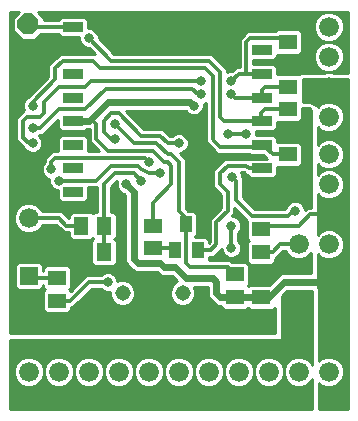
<source format=gtl>
G75*
%MOIN*%
%OFA0B0*%
%FSLAX25Y25*%
%IPPOS*%
%LPD*%
%AMOC8*
5,1,8,0,0,1.08239X$1,22.5*
%
%ADD10C,0.05150*%
%ADD11R,0.05906X0.05118*%
%ADD12R,0.05906X0.05906*%
%ADD13R,0.05118X0.05906*%
%ADD14C,0.06600*%
%ADD15OC8,0.07000*%
%ADD16R,0.06299X0.05118*%
%ADD17R,0.06600X0.03200*%
%ADD18R,0.03937X0.05512*%
%ADD19C,0.01000*%
%ADD20C,0.03175*%
%ADD21C,0.01200*%
%ADD22C,0.02400*%
D10*
X0065095Y0061433D03*
X0085095Y0061433D03*
D11*
X0075095Y0076443D03*
X0075095Y0083923D03*
X0102595Y0067673D03*
X0102595Y0060193D03*
X0111345Y0075193D03*
X0111345Y0082673D03*
X0120095Y0100193D03*
X0120095Y0107673D03*
X0120095Y0115193D03*
X0120095Y0122673D03*
X0120095Y0130193D03*
X0120095Y0137673D03*
X0120095Y0145193D03*
X0120095Y0152673D03*
X0043220Y0066423D03*
X0043220Y0058943D03*
D12*
X0033845Y0053293D03*
X0033845Y0067073D03*
D13*
X0051355Y0075183D03*
X0058835Y0075183D03*
X0058835Y0083933D03*
X0051355Y0083933D03*
D14*
X0033845Y0086433D03*
X0033845Y0076433D03*
X0033845Y0035183D03*
X0043845Y0035183D03*
X0053845Y0035183D03*
X0063845Y0035183D03*
X0073845Y0035183D03*
X0083845Y0035183D03*
X0093845Y0035183D03*
X0103845Y0035183D03*
X0113845Y0035183D03*
X0123845Y0035183D03*
X0133845Y0035183D03*
X0133845Y0057683D03*
X0123845Y0057683D03*
X0123845Y0077683D03*
X0133845Y0077683D03*
X0133845Y0087683D03*
X0133845Y0097683D03*
X0133845Y0107683D03*
X0133845Y0120183D03*
X0133845Y0130183D03*
X0133845Y0140183D03*
X0133845Y0150183D03*
D15*
X0033599Y0151074D03*
D16*
X0111345Y0067870D03*
X0111345Y0059996D03*
D17*
X0111591Y0095124D03*
X0111591Y0102998D03*
X0111591Y0110872D03*
X0111591Y0118746D03*
X0111591Y0126620D03*
X0111591Y0134494D03*
X0111591Y0142368D03*
X0111591Y0150242D03*
X0048599Y0150242D03*
X0048599Y0142368D03*
X0048599Y0134494D03*
X0048599Y0126620D03*
X0048599Y0118746D03*
X0048599Y0110872D03*
X0048599Y0102998D03*
X0048599Y0095124D03*
D18*
X0082605Y0075852D03*
X0090085Y0075852D03*
X0086345Y0084514D03*
D19*
X0027564Y0045808D02*
X0027564Y0022652D01*
X0128220Y0022652D01*
X0128220Y0032729D01*
X0128068Y0032362D01*
X0126667Y0030960D01*
X0124836Y0030202D01*
X0122854Y0030202D01*
X0121024Y0030960D01*
X0119622Y0032362D01*
X0118864Y0034192D01*
X0118864Y0036174D01*
X0119622Y0038005D01*
X0121024Y0039406D01*
X0122854Y0040164D01*
X0124836Y0040164D01*
X0126667Y0039406D01*
X0128068Y0038005D01*
X0128220Y0037637D01*
X0128220Y0062058D01*
X0127976Y0062302D01*
X0120039Y0062302D01*
X0118220Y0060484D01*
X0118220Y0045808D01*
X0027564Y0045808D01*
X0027564Y0045146D02*
X0128220Y0045146D01*
X0128220Y0046144D02*
X0118220Y0046144D01*
X0118220Y0047143D02*
X0128220Y0047143D01*
X0128220Y0048141D02*
X0118220Y0048141D01*
X0118220Y0049140D02*
X0128220Y0049140D01*
X0128220Y0050138D02*
X0118220Y0050138D01*
X0118220Y0051137D02*
X0128220Y0051137D01*
X0128220Y0052135D02*
X0118220Y0052135D01*
X0118220Y0053134D02*
X0128220Y0053134D01*
X0128220Y0054132D02*
X0118220Y0054132D01*
X0118220Y0055131D02*
X0128220Y0055131D01*
X0128220Y0056129D02*
X0118220Y0056129D01*
X0118220Y0057128D02*
X0128220Y0057128D01*
X0128220Y0058127D02*
X0118220Y0058127D01*
X0118220Y0059125D02*
X0128220Y0059125D01*
X0128220Y0060124D02*
X0118220Y0060124D01*
X0118859Y0061122D02*
X0128220Y0061122D01*
X0128158Y0062121D02*
X0119857Y0062121D01*
X0115702Y0066115D02*
X0107229Y0066115D01*
X0107229Y0067113D02*
X0116701Y0067113D01*
X0116403Y0066815D02*
X0113824Y0064236D01*
X0107499Y0064236D01*
X0106970Y0063707D01*
X0106744Y0063933D01*
X0107229Y0064418D01*
X0107229Y0070929D01*
X0106244Y0071913D01*
X0101581Y0071913D01*
X0101030Y0072464D01*
X0093735Y0072464D01*
X0093735Y0073571D01*
X0095459Y0073571D01*
X0096796Y0074907D01*
X0097290Y0075402D01*
X0098077Y0076189D01*
X0098077Y0075783D01*
X0098574Y0074582D01*
X0099494Y0073662D01*
X0100695Y0073165D01*
X0101995Y0073165D01*
X0103197Y0073662D01*
X0104116Y0074582D01*
X0104614Y0075783D01*
X0104614Y0077083D01*
X0104116Y0078285D01*
X0103626Y0078774D01*
X0103626Y0081592D01*
X0104116Y0082082D01*
X0104614Y0083283D01*
X0104614Y0084583D01*
X0104116Y0085785D01*
X0103197Y0086704D01*
X0101995Y0087202D01*
X0101590Y0087202D01*
X0102376Y0087988D01*
X0102376Y0089676D01*
X0105939Y0086113D01*
X0106711Y0085341D01*
X0106711Y0083789D01*
X0106558Y0083637D01*
X0106551Y0081747D01*
X0106711Y0081585D01*
X0106711Y0079418D01*
X0107196Y0078933D01*
X0106711Y0078448D01*
X0106711Y0076265D01*
X0106574Y0076128D01*
X0106574Y0076123D01*
X0106570Y0076119D01*
X0106574Y0075179D01*
X0106574Y0074238D01*
X0106578Y0074234D01*
X0106578Y0074229D01*
X0106711Y0074097D01*
X0106711Y0071938D01*
X0107696Y0070953D01*
X0114994Y0070953D01*
X0115979Y0071938D01*
X0115979Y0072902D01*
X0116040Y0072902D01*
X0118540Y0075402D01*
X0119398Y0075402D01*
X0119622Y0074862D01*
X0121024Y0073460D01*
X0122854Y0072702D01*
X0124836Y0072702D01*
X0126667Y0073460D01*
X0127914Y0074708D01*
X0127914Y0068064D01*
X0118272Y0068064D01*
X0117213Y0067626D01*
X0116403Y0066815D01*
X0114704Y0065116D02*
X0107229Y0065116D01*
X0107381Y0064118D02*
X0106929Y0064118D01*
X0107229Y0068112D02*
X0127914Y0068112D01*
X0127914Y0069110D02*
X0107229Y0069110D01*
X0107229Y0070109D02*
X0127914Y0070109D01*
X0127914Y0071107D02*
X0115149Y0071107D01*
X0115979Y0072106D02*
X0127914Y0072106D01*
X0127914Y0073104D02*
X0125807Y0073104D01*
X0127309Y0074103D02*
X0127914Y0074103D01*
X0130095Y0074103D02*
X0130381Y0074103D01*
X0130095Y0074389D02*
X0131024Y0073460D01*
X0132854Y0072702D01*
X0134836Y0072702D01*
X0136667Y0073460D01*
X0138068Y0074862D01*
X0138826Y0076692D01*
X0138826Y0078674D01*
X0138068Y0080505D01*
X0136667Y0081906D01*
X0134836Y0082664D01*
X0132854Y0082664D01*
X0131024Y0081906D01*
X0130095Y0080977D01*
X0130095Y0094389D01*
X0131024Y0093460D01*
X0132854Y0092702D01*
X0134836Y0092702D01*
X0136667Y0093460D01*
X0138068Y0094862D01*
X0138826Y0096692D01*
X0138826Y0098674D01*
X0138068Y0100505D01*
X0136667Y0101906D01*
X0134836Y0102664D01*
X0132854Y0102664D01*
X0131024Y0101906D01*
X0130095Y0100977D01*
X0130095Y0104389D01*
X0131024Y0103460D01*
X0132854Y0102702D01*
X0134836Y0102702D01*
X0136667Y0103460D01*
X0138068Y0104862D01*
X0138826Y0106692D01*
X0138826Y0108674D01*
X0138068Y0110505D01*
X0136667Y0111906D01*
X0134836Y0112664D01*
X0132854Y0112664D01*
X0131024Y0111906D01*
X0130095Y0110977D01*
X0130095Y0116889D01*
X0131024Y0115960D01*
X0132854Y0115202D01*
X0134836Y0115202D01*
X0136667Y0115960D01*
X0138068Y0117362D01*
X0138826Y0119192D01*
X0138826Y0121174D01*
X0138068Y0123005D01*
X0136667Y0124406D01*
X0134836Y0125164D01*
X0132854Y0125164D01*
X0131024Y0124406D01*
X0130095Y0123477D01*
X0130095Y0123933D01*
X0127595Y0125183D01*
X0125095Y0125183D01*
X0125095Y0132683D01*
X0140127Y0132683D01*
X0140127Y0022652D01*
X0130401Y0022652D01*
X0130401Y0031583D01*
X0131024Y0030960D01*
X0132854Y0030202D01*
X0134836Y0030202D01*
X0136667Y0030960D01*
X0138068Y0032362D01*
X0138826Y0034192D01*
X0138826Y0036174D01*
X0138068Y0038005D01*
X0136667Y0039406D01*
X0134836Y0040164D01*
X0132854Y0040164D01*
X0131024Y0039406D01*
X0130401Y0038783D01*
X0130401Y0062962D01*
X0130095Y0063268D01*
X0130095Y0074389D01*
X0130095Y0073104D02*
X0131883Y0073104D01*
X0130095Y0072106D02*
X0140127Y0072106D01*
X0140127Y0073104D02*
X0135807Y0073104D01*
X0137309Y0074103D02*
X0140127Y0074103D01*
X0140127Y0075101D02*
X0138167Y0075101D01*
X0138581Y0076100D02*
X0140127Y0076100D01*
X0140127Y0077098D02*
X0138826Y0077098D01*
X0138826Y0078097D02*
X0140127Y0078097D01*
X0140127Y0079095D02*
X0138652Y0079095D01*
X0138238Y0080094D02*
X0140127Y0080094D01*
X0140127Y0081092D02*
X0137480Y0081092D01*
X0136220Y0082091D02*
X0140127Y0082091D01*
X0140127Y0083089D02*
X0130095Y0083089D01*
X0130095Y0082091D02*
X0131470Y0082091D01*
X0130210Y0081092D02*
X0130095Y0081092D01*
X0130095Y0084088D02*
X0140127Y0084088D01*
X0140127Y0085086D02*
X0130095Y0085086D01*
X0130095Y0086085D02*
X0140127Y0086085D01*
X0140127Y0087083D02*
X0130095Y0087083D01*
X0130095Y0088082D02*
X0140127Y0088082D01*
X0140127Y0089080D02*
X0130095Y0089080D01*
X0130095Y0090079D02*
X0140127Y0090079D01*
X0140127Y0091077D02*
X0130095Y0091077D01*
X0130095Y0092076D02*
X0140127Y0092076D01*
X0140127Y0093074D02*
X0135735Y0093074D01*
X0137279Y0094073D02*
X0140127Y0094073D01*
X0140127Y0095071D02*
X0138155Y0095071D01*
X0138568Y0096070D02*
X0140127Y0096070D01*
X0140127Y0097068D02*
X0138826Y0097068D01*
X0138826Y0098067D02*
X0140127Y0098067D01*
X0140127Y0099065D02*
X0138664Y0099065D01*
X0138250Y0100064D02*
X0140127Y0100064D01*
X0140127Y0101062D02*
X0137510Y0101062D01*
X0136292Y0102061D02*
X0140127Y0102061D01*
X0140127Y0103060D02*
X0135699Y0103060D01*
X0137264Y0104058D02*
X0140127Y0104058D01*
X0140127Y0105057D02*
X0138149Y0105057D01*
X0138562Y0106055D02*
X0140127Y0106055D01*
X0140127Y0107054D02*
X0138826Y0107054D01*
X0138826Y0108052D02*
X0140127Y0108052D01*
X0140127Y0109051D02*
X0138670Y0109051D01*
X0138257Y0110049D02*
X0140127Y0110049D01*
X0140127Y0111048D02*
X0137525Y0111048D01*
X0136328Y0112046D02*
X0140127Y0112046D01*
X0140127Y0113045D02*
X0130095Y0113045D01*
X0130095Y0114043D02*
X0140127Y0114043D01*
X0140127Y0115042D02*
X0130095Y0115042D01*
X0130095Y0116040D02*
X0130944Y0116040D01*
X0127914Y0116040D02*
X0116163Y0116040D01*
X0116572Y0116450D02*
X0116572Y0118433D01*
X0123744Y0118433D01*
X0124729Y0119418D01*
X0124729Y0123002D01*
X0127080Y0123002D01*
X0127914Y0122585D01*
X0127914Y0089964D01*
X0126650Y0089964D01*
X0125864Y0089178D01*
X0125864Y0089583D01*
X0125366Y0090785D01*
X0124447Y0091704D01*
X0123245Y0092202D01*
X0121945Y0092202D01*
X0120744Y0091704D01*
X0119824Y0090785D01*
X0119327Y0089583D01*
X0119327Y0089516D01*
X0119150Y0089339D01*
X0109165Y0089339D01*
X0105142Y0093362D01*
X0105142Y0099878D01*
X0104879Y0100141D01*
X0104879Y0100833D01*
X0104540Y0101652D01*
X0105400Y0101652D01*
X0106335Y0100717D01*
X0106610Y0100717D01*
X0106610Y0100702D01*
X0107595Y0099717D01*
X0115588Y0099717D01*
X0116572Y0100702D01*
X0116572Y0103433D01*
X0123744Y0103433D01*
X0124729Y0104418D01*
X0124729Y0110929D01*
X0123744Y0111913D01*
X0116572Y0111913D01*
X0116572Y0113168D01*
X0115588Y0114153D01*
X0109614Y0114153D01*
X0109614Y0115208D01*
X0109507Y0115465D01*
X0115588Y0115465D01*
X0116572Y0116450D01*
X0116572Y0117039D02*
X0127914Y0117039D01*
X0127914Y0118037D02*
X0116572Y0118037D01*
X0115698Y0114043D02*
X0127914Y0114043D01*
X0127914Y0113045D02*
X0116572Y0113045D01*
X0116572Y0112046D02*
X0127914Y0112046D01*
X0127914Y0111048D02*
X0124610Y0111048D01*
X0124729Y0110049D02*
X0127914Y0110049D01*
X0127914Y0109051D02*
X0124729Y0109051D01*
X0124729Y0108052D02*
X0127914Y0108052D01*
X0127914Y0107054D02*
X0124729Y0107054D01*
X0124729Y0106055D02*
X0127914Y0106055D01*
X0127914Y0105057D02*
X0124729Y0105057D01*
X0124369Y0104058D02*
X0127914Y0104058D01*
X0127914Y0103060D02*
X0116572Y0103060D01*
X0116572Y0102061D02*
X0127914Y0102061D01*
X0127914Y0101062D02*
X0116572Y0101062D01*
X0115935Y0100064D02*
X0127914Y0100064D01*
X0127914Y0099065D02*
X0105142Y0099065D01*
X0105142Y0098067D02*
X0127914Y0098067D01*
X0127914Y0097068D02*
X0105142Y0097068D01*
X0105142Y0096070D02*
X0127914Y0096070D01*
X0127914Y0095071D02*
X0105142Y0095071D01*
X0105142Y0094073D02*
X0127914Y0094073D01*
X0127914Y0093074D02*
X0105430Y0093074D01*
X0106428Y0092076D02*
X0121642Y0092076D01*
X0120117Y0091077D02*
X0107427Y0091077D01*
X0108425Y0090079D02*
X0119532Y0090079D01*
X0123549Y0092076D02*
X0127914Y0092076D01*
X0127914Y0091077D02*
X0125073Y0091077D01*
X0125658Y0090079D02*
X0127914Y0090079D01*
X0130095Y0093074D02*
X0131955Y0093074D01*
X0130411Y0094073D02*
X0130095Y0094073D01*
X0130095Y0101062D02*
X0130180Y0101062D01*
X0130095Y0102061D02*
X0131398Y0102061D01*
X0131991Y0103060D02*
X0130095Y0103060D01*
X0130095Y0104058D02*
X0130426Y0104058D01*
X0130165Y0111048D02*
X0130095Y0111048D01*
X0130095Y0112046D02*
X0131362Y0112046D01*
X0127914Y0115042D02*
X0109614Y0115042D01*
X0107284Y0107902D02*
X0107595Y0107591D01*
X0111961Y0107591D01*
X0113273Y0106279D01*
X0107595Y0106279D01*
X0107410Y0106094D01*
X0107290Y0106214D01*
X0099150Y0106214D01*
X0096650Y0103714D01*
X0095314Y0102378D01*
X0095314Y0096738D01*
X0097814Y0094238D01*
X0097814Y0089878D01*
X0095400Y0087464D01*
X0094064Y0086128D01*
X0094064Y0078628D01*
X0093735Y0078299D01*
X0093735Y0079305D01*
X0092750Y0080289D01*
X0089223Y0080289D01*
X0089995Y0081062D01*
X0089995Y0087966D01*
X0089010Y0088951D01*
X0087053Y0088951D01*
X0086126Y0089878D01*
X0086126Y0106128D01*
X0084790Y0107464D01*
X0084090Y0108165D01*
X0084495Y0108165D01*
X0085697Y0108662D01*
X0086616Y0109582D01*
X0087114Y0110783D01*
X0087114Y0112083D01*
X0086616Y0113285D01*
X0085697Y0114204D01*
X0084495Y0114702D01*
X0083195Y0114702D01*
X0081994Y0114204D01*
X0081504Y0113714D01*
X0081040Y0113714D01*
X0079876Y0114878D01*
X0078540Y0116214D01*
X0072290Y0116214D01*
X0066202Y0122302D01*
X0085983Y0122302D01*
X0086074Y0122082D01*
X0086994Y0121162D01*
X0088195Y0120665D01*
X0089495Y0120665D01*
X0090697Y0121162D01*
X0091616Y0122082D01*
X0092114Y0123283D01*
X0092114Y0124464D01*
X0092814Y0124754D01*
X0092814Y0111738D01*
X0093439Y0111113D01*
X0095400Y0109152D01*
X0095400Y0109152D01*
X0096650Y0107902D01*
X0107284Y0107902D01*
X0105990Y0101062D02*
X0104784Y0101062D01*
X0104956Y0100064D02*
X0107248Y0100064D01*
X0112499Y0107054D02*
X0085201Y0107054D01*
X0086126Y0106055D02*
X0098991Y0106055D01*
X0097993Y0105057D02*
X0086126Y0105057D01*
X0086126Y0104058D02*
X0096994Y0104058D01*
X0095996Y0103060D02*
X0086126Y0103060D01*
X0086126Y0102061D02*
X0095314Y0102061D01*
X0095314Y0101062D02*
X0086126Y0101062D01*
X0086126Y0100064D02*
X0095314Y0100064D01*
X0095314Y0099065D02*
X0086126Y0099065D01*
X0086126Y0098067D02*
X0095314Y0098067D01*
X0095314Y0097068D02*
X0086126Y0097068D01*
X0086126Y0096070D02*
X0095982Y0096070D01*
X0096981Y0095071D02*
X0086126Y0095071D01*
X0086126Y0094073D02*
X0097814Y0094073D01*
X0097814Y0093074D02*
X0086126Y0093074D01*
X0086126Y0092076D02*
X0097814Y0092076D01*
X0097814Y0091077D02*
X0086126Y0091077D01*
X0086126Y0090079D02*
X0097814Y0090079D01*
X0097016Y0089080D02*
X0086924Y0089080D01*
X0089879Y0088082D02*
X0096018Y0088082D01*
X0095019Y0087083D02*
X0089995Y0087083D01*
X0089995Y0086085D02*
X0094064Y0086085D01*
X0094064Y0085086D02*
X0089995Y0085086D01*
X0089995Y0084088D02*
X0094064Y0084088D01*
X0094064Y0083089D02*
X0089995Y0083089D01*
X0089995Y0082091D02*
X0094064Y0082091D01*
X0094064Y0081092D02*
X0089995Y0081092D01*
X0092946Y0080094D02*
X0094064Y0080094D01*
X0094064Y0079095D02*
X0093735Y0079095D01*
X0097290Y0075402D02*
X0097290Y0075402D01*
X0096989Y0075101D02*
X0098359Y0075101D01*
X0098077Y0076100D02*
X0097988Y0076100D01*
X0099053Y0074103D02*
X0095991Y0074103D01*
X0093735Y0073104D02*
X0106711Y0073104D01*
X0106711Y0072106D02*
X0101389Y0072106D01*
X0103637Y0074103D02*
X0106705Y0074103D01*
X0106574Y0075101D02*
X0104331Y0075101D01*
X0104614Y0076100D02*
X0106570Y0076100D01*
X0106711Y0077098D02*
X0104607Y0077098D01*
X0104194Y0078097D02*
X0106711Y0078097D01*
X0107034Y0079095D02*
X0103626Y0079095D01*
X0103626Y0080094D02*
X0106711Y0080094D01*
X0106711Y0081092D02*
X0103626Y0081092D01*
X0104120Y0082091D02*
X0106552Y0082091D01*
X0106556Y0083089D02*
X0104533Y0083089D01*
X0104614Y0084088D02*
X0106711Y0084088D01*
X0106711Y0085086D02*
X0104405Y0085086D01*
X0103816Y0086085D02*
X0105967Y0086085D01*
X0104969Y0087083D02*
X0102281Y0087083D01*
X0102376Y0088082D02*
X0103970Y0088082D01*
X0102972Y0089080D02*
X0102376Y0089080D01*
X0117241Y0074103D02*
X0120381Y0074103D01*
X0119523Y0075101D02*
X0118239Y0075101D01*
X0116242Y0073104D02*
X0121883Y0073104D01*
X0130095Y0071107D02*
X0140127Y0071107D01*
X0140127Y0070109D02*
X0130095Y0070109D01*
X0130095Y0069110D02*
X0140127Y0069110D01*
X0140127Y0068112D02*
X0130095Y0068112D01*
X0130095Y0067113D02*
X0140127Y0067113D01*
X0140127Y0066115D02*
X0130095Y0066115D01*
X0130095Y0065116D02*
X0140127Y0065116D01*
X0140127Y0064118D02*
X0130095Y0064118D01*
X0130244Y0063119D02*
X0140127Y0063119D01*
X0140127Y0062121D02*
X0130401Y0062121D01*
X0130401Y0061122D02*
X0140127Y0061122D01*
X0140127Y0060124D02*
X0130401Y0060124D01*
X0130401Y0059125D02*
X0140127Y0059125D01*
X0140127Y0058127D02*
X0130401Y0058127D01*
X0130401Y0057128D02*
X0140127Y0057128D01*
X0140127Y0056129D02*
X0130401Y0056129D01*
X0130401Y0055131D02*
X0140127Y0055131D01*
X0140127Y0054132D02*
X0130401Y0054132D01*
X0130401Y0053134D02*
X0140127Y0053134D01*
X0140127Y0052135D02*
X0130401Y0052135D01*
X0130401Y0051137D02*
X0140127Y0051137D01*
X0140127Y0050138D02*
X0130401Y0050138D01*
X0130401Y0049140D02*
X0140127Y0049140D01*
X0140127Y0048141D02*
X0130401Y0048141D01*
X0130401Y0047143D02*
X0140127Y0047143D01*
X0140127Y0046144D02*
X0130401Y0046144D01*
X0130401Y0045146D02*
X0140127Y0045146D01*
X0140127Y0044147D02*
X0130401Y0044147D01*
X0130401Y0043149D02*
X0140127Y0043149D01*
X0140127Y0042150D02*
X0130401Y0042150D01*
X0130401Y0041152D02*
X0140127Y0041152D01*
X0140127Y0040153D02*
X0134862Y0040153D01*
X0132828Y0040153D02*
X0130401Y0040153D01*
X0130401Y0039155D02*
X0130773Y0039155D01*
X0128220Y0039155D02*
X0126918Y0039155D01*
X0127916Y0038156D02*
X0128220Y0038156D01*
X0128220Y0040153D02*
X0124862Y0040153D01*
X0122828Y0040153D02*
X0114862Y0040153D01*
X0114836Y0040164D02*
X0112854Y0040164D01*
X0111024Y0039406D01*
X0109622Y0038005D01*
X0108864Y0036174D01*
X0108864Y0034192D01*
X0109622Y0032362D01*
X0111024Y0030960D01*
X0112854Y0030202D01*
X0114836Y0030202D01*
X0116667Y0030960D01*
X0118068Y0032362D01*
X0118826Y0034192D01*
X0118826Y0036174D01*
X0118068Y0038005D01*
X0116667Y0039406D01*
X0114836Y0040164D01*
X0112828Y0040153D02*
X0104862Y0040153D01*
X0104836Y0040164D02*
X0102854Y0040164D01*
X0101024Y0039406D01*
X0099622Y0038005D01*
X0098864Y0036174D01*
X0098864Y0034192D01*
X0099622Y0032362D01*
X0101024Y0030960D01*
X0102854Y0030202D01*
X0104836Y0030202D01*
X0106667Y0030960D01*
X0108068Y0032362D01*
X0108826Y0034192D01*
X0108826Y0036174D01*
X0108068Y0038005D01*
X0106667Y0039406D01*
X0104836Y0040164D01*
X0102828Y0040153D02*
X0094862Y0040153D01*
X0094836Y0040164D02*
X0092854Y0040164D01*
X0091024Y0039406D01*
X0089622Y0038005D01*
X0088864Y0036174D01*
X0088864Y0034192D01*
X0089622Y0032362D01*
X0091024Y0030960D01*
X0092854Y0030202D01*
X0094836Y0030202D01*
X0096667Y0030960D01*
X0098068Y0032362D01*
X0098826Y0034192D01*
X0098826Y0036174D01*
X0098068Y0038005D01*
X0096667Y0039406D01*
X0094836Y0040164D01*
X0092828Y0040153D02*
X0084862Y0040153D01*
X0084836Y0040164D02*
X0082854Y0040164D01*
X0081024Y0039406D01*
X0079622Y0038005D01*
X0078864Y0036174D01*
X0078864Y0034192D01*
X0079622Y0032362D01*
X0081024Y0030960D01*
X0082854Y0030202D01*
X0084836Y0030202D01*
X0086667Y0030960D01*
X0088068Y0032362D01*
X0088826Y0034192D01*
X0088826Y0036174D01*
X0088068Y0038005D01*
X0086667Y0039406D01*
X0084836Y0040164D01*
X0082828Y0040153D02*
X0074862Y0040153D01*
X0074836Y0040164D02*
X0072854Y0040164D01*
X0071024Y0039406D01*
X0069622Y0038005D01*
X0068864Y0036174D01*
X0068864Y0034192D01*
X0069622Y0032362D01*
X0071024Y0030960D01*
X0072854Y0030202D01*
X0074836Y0030202D01*
X0076667Y0030960D01*
X0078068Y0032362D01*
X0078826Y0034192D01*
X0078826Y0036174D01*
X0078068Y0038005D01*
X0076667Y0039406D01*
X0074836Y0040164D01*
X0072828Y0040153D02*
X0064862Y0040153D01*
X0064836Y0040164D02*
X0066667Y0039406D01*
X0068068Y0038005D01*
X0068826Y0036174D01*
X0068826Y0034192D01*
X0068068Y0032362D01*
X0066667Y0030960D01*
X0064836Y0030202D01*
X0062854Y0030202D01*
X0061024Y0030960D01*
X0059622Y0032362D01*
X0058864Y0034192D01*
X0058864Y0036174D01*
X0059622Y0038005D01*
X0061024Y0039406D01*
X0062854Y0040164D01*
X0064836Y0040164D01*
X0062828Y0040153D02*
X0054862Y0040153D01*
X0054836Y0040164D02*
X0052854Y0040164D01*
X0051024Y0039406D01*
X0049622Y0038005D01*
X0048864Y0036174D01*
X0048864Y0034192D01*
X0049622Y0032362D01*
X0051024Y0030960D01*
X0052854Y0030202D01*
X0054836Y0030202D01*
X0056667Y0030960D01*
X0058068Y0032362D01*
X0058826Y0034192D01*
X0058826Y0036174D01*
X0058068Y0038005D01*
X0056667Y0039406D01*
X0054836Y0040164D01*
X0056918Y0039155D02*
X0060773Y0039155D01*
X0059774Y0038156D02*
X0057916Y0038156D01*
X0058419Y0037158D02*
X0059272Y0037158D01*
X0058864Y0036159D02*
X0058826Y0036159D01*
X0058826Y0035161D02*
X0058864Y0035161D01*
X0058876Y0034162D02*
X0058814Y0034162D01*
X0058400Y0033164D02*
X0059290Y0033164D01*
X0059819Y0032165D02*
X0057872Y0032165D01*
X0056873Y0031167D02*
X0060817Y0031167D01*
X0066873Y0031167D02*
X0070817Y0031167D01*
X0069819Y0032165D02*
X0067872Y0032165D01*
X0068400Y0033164D02*
X0069290Y0033164D01*
X0068876Y0034162D02*
X0068814Y0034162D01*
X0068826Y0035161D02*
X0068864Y0035161D01*
X0068826Y0036159D02*
X0068864Y0036159D01*
X0069272Y0037158D02*
X0068419Y0037158D01*
X0067916Y0038156D02*
X0069774Y0038156D01*
X0070773Y0039155D02*
X0066918Y0039155D01*
X0076918Y0039155D02*
X0080773Y0039155D01*
X0079774Y0038156D02*
X0077916Y0038156D01*
X0078419Y0037158D02*
X0079272Y0037158D01*
X0078864Y0036159D02*
X0078826Y0036159D01*
X0078826Y0035161D02*
X0078864Y0035161D01*
X0078876Y0034162D02*
X0078814Y0034162D01*
X0078400Y0033164D02*
X0079290Y0033164D01*
X0079819Y0032165D02*
X0077872Y0032165D01*
X0076873Y0031167D02*
X0080817Y0031167D01*
X0086873Y0031167D02*
X0090817Y0031167D01*
X0089819Y0032165D02*
X0087872Y0032165D01*
X0088400Y0033164D02*
X0089290Y0033164D01*
X0088876Y0034162D02*
X0088814Y0034162D01*
X0088826Y0035161D02*
X0088864Y0035161D01*
X0088826Y0036159D02*
X0088864Y0036159D01*
X0089272Y0037158D02*
X0088419Y0037158D01*
X0087916Y0038156D02*
X0089774Y0038156D01*
X0090773Y0039155D02*
X0086918Y0039155D01*
X0096918Y0039155D02*
X0100773Y0039155D01*
X0099774Y0038156D02*
X0097916Y0038156D01*
X0098419Y0037158D02*
X0099272Y0037158D01*
X0098864Y0036159D02*
X0098826Y0036159D01*
X0098826Y0035161D02*
X0098864Y0035161D01*
X0098876Y0034162D02*
X0098814Y0034162D01*
X0098400Y0033164D02*
X0099290Y0033164D01*
X0099819Y0032165D02*
X0097872Y0032165D01*
X0096873Y0031167D02*
X0100817Y0031167D01*
X0106873Y0031167D02*
X0110817Y0031167D01*
X0109819Y0032165D02*
X0107872Y0032165D01*
X0108400Y0033164D02*
X0109290Y0033164D01*
X0108876Y0034162D02*
X0108814Y0034162D01*
X0108826Y0035161D02*
X0108864Y0035161D01*
X0108826Y0036159D02*
X0108864Y0036159D01*
X0109272Y0037158D02*
X0108419Y0037158D01*
X0107916Y0038156D02*
X0109774Y0038156D01*
X0110773Y0039155D02*
X0106918Y0039155D01*
X0116039Y0047989D02*
X0027564Y0047989D01*
X0027564Y0155215D01*
X0030413Y0155215D01*
X0028418Y0153220D01*
X0028418Y0148928D01*
X0031453Y0145893D01*
X0035745Y0145893D01*
X0037813Y0147961D01*
X0043618Y0147961D01*
X0043618Y0147946D01*
X0044603Y0146961D01*
X0050577Y0146961D01*
X0050577Y0145783D01*
X0051074Y0144582D01*
X0051994Y0143662D01*
X0053195Y0143165D01*
X0053888Y0143165D01*
X0055838Y0141214D01*
X0044150Y0141214D01*
X0042814Y0139878D01*
X0042814Y0139878D01*
X0041650Y0138714D01*
X0040314Y0137378D01*
X0040314Y0133628D01*
X0034150Y0127464D01*
X0033494Y0126807D01*
X0033244Y0126704D01*
X0032324Y0125785D01*
X0031827Y0124583D01*
X0031827Y0123283D01*
X0032198Y0122387D01*
X0030939Y0121128D01*
X0029689Y0119878D01*
X0029689Y0112363D01*
X0031025Y0111027D01*
X0032221Y0109832D01*
X0032324Y0109582D01*
X0033244Y0108662D01*
X0034445Y0108165D01*
X0035745Y0108165D01*
X0036947Y0108662D01*
X0037866Y0109582D01*
X0038364Y0110783D01*
X0038364Y0112083D01*
X0037866Y0113285D01*
X0037217Y0113933D01*
X0037436Y0114152D01*
X0038540Y0114152D01*
X0039876Y0115488D01*
X0043618Y0119230D01*
X0043618Y0116450D01*
X0044603Y0115465D01*
X0052595Y0115465D01*
X0053182Y0116052D01*
X0054064Y0116052D01*
X0054064Y0111738D01*
X0055400Y0110402D01*
X0057088Y0108714D01*
X0053580Y0108714D01*
X0053580Y0113168D01*
X0052595Y0114153D01*
X0044603Y0114153D01*
X0043618Y0113168D01*
X0043618Y0108714D01*
X0041650Y0108714D01*
X0039064Y0106128D01*
X0039064Y0105024D01*
X0038574Y0104535D01*
X0038077Y0103333D01*
X0038077Y0102033D01*
X0038574Y0100832D01*
X0039494Y0099912D01*
X0040577Y0099464D01*
X0040577Y0098283D01*
X0041074Y0097082D01*
X0041994Y0096162D01*
X0043195Y0095665D01*
X0043618Y0095665D01*
X0043618Y0092828D01*
X0044603Y0091843D01*
X0052595Y0091843D01*
X0053580Y0092828D01*
X0053580Y0096652D01*
X0056564Y0096652D01*
X0056564Y0088567D01*
X0055580Y0088567D01*
X0055095Y0088082D01*
X0054610Y0088567D01*
X0048100Y0088567D01*
X0047115Y0087582D01*
X0047115Y0086389D01*
X0044790Y0088714D01*
X0038292Y0088714D01*
X0038068Y0089255D01*
X0036667Y0090656D01*
X0034836Y0091414D01*
X0032854Y0091414D01*
X0031024Y0090656D01*
X0029622Y0089255D01*
X0028864Y0087424D01*
X0028864Y0085442D01*
X0029622Y0083612D01*
X0031024Y0082210D01*
X0032854Y0081452D01*
X0034836Y0081452D01*
X0036667Y0082210D01*
X0038068Y0083612D01*
X0038292Y0084152D01*
X0042900Y0084152D01*
X0044064Y0082988D01*
X0045400Y0081652D01*
X0047115Y0081652D01*
X0047115Y0080284D01*
X0048100Y0079299D01*
X0054610Y0079299D01*
X0055095Y0079784D01*
X0055321Y0079558D01*
X0054595Y0078832D01*
X0054595Y0071534D01*
X0055580Y0070549D01*
X0062091Y0070549D01*
X0063075Y0071534D01*
X0063075Y0078832D01*
X0062350Y0079558D01*
X0063075Y0080284D01*
X0063075Y0087582D01*
X0062091Y0088567D01*
X0061126Y0088567D01*
X0061126Y0096738D01*
X0063328Y0098940D01*
X0063077Y0098333D01*
X0063077Y0097033D01*
X0063574Y0095832D01*
X0064494Y0094912D01*
X0065429Y0094525D01*
X0065964Y0093990D01*
X0065964Y0072110D01*
X0066403Y0071051D01*
X0067213Y0070241D01*
X0067653Y0069801D01*
X0068463Y0068991D01*
X0069522Y0068552D01*
X0076402Y0068552D01*
X0076403Y0068551D01*
X0077213Y0067741D01*
X0078272Y0067302D01*
X0081402Y0067302D01*
X0083376Y0065328D01*
X0082684Y0065041D01*
X0081487Y0063844D01*
X0080839Y0062280D01*
X0080839Y0060587D01*
X0081487Y0059022D01*
X0082684Y0057825D01*
X0084249Y0057177D01*
X0085942Y0057177D01*
X0087506Y0057825D01*
X0088703Y0059022D01*
X0089351Y0060587D01*
X0089351Y0062280D01*
X0088824Y0063552D01*
X0093464Y0063552D01*
X0093464Y0060860D01*
X0093903Y0059801D01*
X0095153Y0058551D01*
X0095963Y0057741D01*
X0097022Y0057302D01*
X0097961Y0057302D01*
X0097961Y0056938D01*
X0098946Y0055953D01*
X0106244Y0055953D01*
X0106773Y0056482D01*
X0107499Y0055756D01*
X0115191Y0055756D01*
X0116039Y0056604D01*
X0116039Y0047989D01*
X0116039Y0048141D02*
X0027564Y0048141D01*
X0027564Y0049140D02*
X0116039Y0049140D01*
X0116039Y0050138D02*
X0027564Y0050138D01*
X0027564Y0051137D02*
X0116039Y0051137D01*
X0116039Y0052135D02*
X0027564Y0052135D01*
X0027564Y0053134D02*
X0116039Y0053134D01*
X0116039Y0054132D02*
X0027564Y0054132D01*
X0027564Y0055131D02*
X0039143Y0055131D01*
X0039571Y0054703D02*
X0046869Y0054703D01*
X0047854Y0055688D01*
X0047854Y0056652D01*
X0048540Y0056652D01*
X0049876Y0057988D01*
X0054790Y0062902D01*
X0057754Y0062902D01*
X0058244Y0062412D01*
X0059445Y0061915D01*
X0060745Y0061915D01*
X0060839Y0061953D01*
X0060839Y0060587D01*
X0061487Y0059022D01*
X0062684Y0057825D01*
X0064249Y0057177D01*
X0065942Y0057177D01*
X0067506Y0057825D01*
X0068703Y0059022D01*
X0069351Y0060587D01*
X0069351Y0062280D01*
X0068703Y0063844D01*
X0067506Y0065041D01*
X0065942Y0065689D01*
X0064249Y0065689D01*
X0063364Y0065322D01*
X0063364Y0065833D01*
X0062866Y0067035D01*
X0061947Y0067954D01*
X0060745Y0068452D01*
X0059445Y0068452D01*
X0058244Y0067954D01*
X0057754Y0067464D01*
X0052900Y0067464D01*
X0047744Y0062308D01*
X0047369Y0062683D01*
X0047854Y0063168D01*
X0047854Y0069679D01*
X0046869Y0070663D01*
X0039571Y0070663D01*
X0038586Y0069679D01*
X0038586Y0068704D01*
X0038479Y0068704D01*
X0038479Y0070722D01*
X0037494Y0071707D01*
X0030196Y0071707D01*
X0029211Y0070722D01*
X0029211Y0063424D01*
X0030196Y0062439D01*
X0037494Y0062439D01*
X0038479Y0063424D01*
X0038479Y0064142D01*
X0038586Y0064142D01*
X0038586Y0063168D01*
X0039071Y0062683D01*
X0038586Y0062198D01*
X0038586Y0055688D01*
X0039571Y0054703D01*
X0038586Y0056129D02*
X0027564Y0056129D01*
X0027564Y0057128D02*
X0038586Y0057128D01*
X0038586Y0058127D02*
X0027564Y0058127D01*
X0027564Y0059125D02*
X0038586Y0059125D01*
X0038586Y0060124D02*
X0027564Y0060124D01*
X0027564Y0061122D02*
X0038586Y0061122D01*
X0038586Y0062121D02*
X0027564Y0062121D01*
X0027564Y0063119D02*
X0029516Y0063119D01*
X0029211Y0064118D02*
X0027564Y0064118D01*
X0027564Y0065116D02*
X0029211Y0065116D01*
X0029211Y0066115D02*
X0027564Y0066115D01*
X0027564Y0067113D02*
X0029211Y0067113D01*
X0029211Y0068112D02*
X0027564Y0068112D01*
X0027564Y0069110D02*
X0029211Y0069110D01*
X0029211Y0070109D02*
X0027564Y0070109D01*
X0027564Y0071107D02*
X0029597Y0071107D01*
X0027564Y0072106D02*
X0054595Y0072106D01*
X0054595Y0073104D02*
X0027564Y0073104D01*
X0027564Y0074103D02*
X0054595Y0074103D01*
X0054595Y0075101D02*
X0027564Y0075101D01*
X0027564Y0076100D02*
X0054595Y0076100D01*
X0054595Y0077098D02*
X0027564Y0077098D01*
X0027564Y0078097D02*
X0054595Y0078097D01*
X0054858Y0079095D02*
X0027564Y0079095D01*
X0027564Y0080094D02*
X0047305Y0080094D01*
X0047115Y0081092D02*
X0027564Y0081092D01*
X0027564Y0082091D02*
X0031312Y0082091D01*
X0030145Y0083089D02*
X0027564Y0083089D01*
X0027564Y0084088D02*
X0029425Y0084088D01*
X0029011Y0085086D02*
X0027564Y0085086D01*
X0027564Y0086085D02*
X0028864Y0086085D01*
X0028864Y0087083D02*
X0027564Y0087083D01*
X0027564Y0088082D02*
X0029137Y0088082D01*
X0029550Y0089080D02*
X0027564Y0089080D01*
X0027564Y0090079D02*
X0030447Y0090079D01*
X0032041Y0091077D02*
X0027564Y0091077D01*
X0027564Y0092076D02*
X0044370Y0092076D01*
X0043618Y0093074D02*
X0027564Y0093074D01*
X0027564Y0094073D02*
X0043618Y0094073D01*
X0043618Y0095071D02*
X0027564Y0095071D01*
X0027564Y0096070D02*
X0042216Y0096070D01*
X0041087Y0097068D02*
X0027564Y0097068D01*
X0027564Y0098067D02*
X0040666Y0098067D01*
X0040577Y0099065D02*
X0027564Y0099065D01*
X0027564Y0100064D02*
X0039342Y0100064D01*
X0038479Y0101062D02*
X0027564Y0101062D01*
X0027564Y0102061D02*
X0038077Y0102061D01*
X0038077Y0103060D02*
X0027564Y0103060D01*
X0027564Y0104058D02*
X0038377Y0104058D01*
X0039064Y0105057D02*
X0027564Y0105057D01*
X0027564Y0106055D02*
X0039064Y0106055D01*
X0039990Y0107054D02*
X0027564Y0107054D01*
X0027564Y0108052D02*
X0040988Y0108052D01*
X0043618Y0109051D02*
X0037335Y0109051D01*
X0038060Y0110049D02*
X0043618Y0110049D01*
X0043618Y0111048D02*
X0038364Y0111048D01*
X0038364Y0112046D02*
X0043618Y0112046D01*
X0043618Y0113045D02*
X0037965Y0113045D01*
X0037328Y0114043D02*
X0044493Y0114043D01*
X0044028Y0116040D02*
X0040428Y0116040D01*
X0039430Y0115042D02*
X0054064Y0115042D01*
X0054064Y0116040D02*
X0053171Y0116040D01*
X0052705Y0114043D02*
X0054064Y0114043D01*
X0054064Y0113045D02*
X0053580Y0113045D01*
X0053580Y0112046D02*
X0054064Y0112046D01*
X0053580Y0111048D02*
X0054755Y0111048D01*
X0055753Y0110049D02*
X0053580Y0110049D01*
X0053580Y0109051D02*
X0056752Y0109051D01*
X0062455Y0098067D02*
X0063077Y0098067D01*
X0063077Y0097068D02*
X0061456Y0097068D01*
X0061126Y0096070D02*
X0063476Y0096070D01*
X0064334Y0095071D02*
X0061126Y0095071D01*
X0061126Y0094073D02*
X0065881Y0094073D01*
X0065964Y0093074D02*
X0061126Y0093074D01*
X0061126Y0092076D02*
X0065964Y0092076D01*
X0065964Y0091077D02*
X0061126Y0091077D01*
X0061126Y0090079D02*
X0065964Y0090079D01*
X0065964Y0089080D02*
X0061126Y0089080D01*
X0062576Y0088082D02*
X0065964Y0088082D01*
X0065964Y0087083D02*
X0063075Y0087083D01*
X0063075Y0086085D02*
X0065964Y0086085D01*
X0065964Y0085086D02*
X0063075Y0085086D01*
X0063075Y0084088D02*
X0065964Y0084088D01*
X0065964Y0083089D02*
X0063075Y0083089D01*
X0063075Y0082091D02*
X0065964Y0082091D01*
X0065964Y0081092D02*
X0063075Y0081092D01*
X0062885Y0080094D02*
X0065964Y0080094D01*
X0065964Y0079095D02*
X0062812Y0079095D01*
X0063075Y0078097D02*
X0065964Y0078097D01*
X0065964Y0077098D02*
X0063075Y0077098D01*
X0063075Y0076100D02*
X0065964Y0076100D01*
X0065964Y0075101D02*
X0063075Y0075101D01*
X0063075Y0074103D02*
X0065964Y0074103D01*
X0065964Y0073104D02*
X0063075Y0073104D01*
X0063075Y0072106D02*
X0065966Y0072106D01*
X0066379Y0071107D02*
X0062649Y0071107D01*
X0061566Y0068112D02*
X0076842Y0068112D01*
X0081591Y0067113D02*
X0062787Y0067113D01*
X0063247Y0066115D02*
X0082589Y0066115D01*
X0082866Y0065116D02*
X0067325Y0065116D01*
X0068429Y0064118D02*
X0081761Y0064118D01*
X0081187Y0063119D02*
X0069003Y0063119D01*
X0069351Y0062121D02*
X0080839Y0062121D01*
X0080839Y0061122D02*
X0069351Y0061122D01*
X0069159Y0060124D02*
X0081031Y0060124D01*
X0081445Y0059125D02*
X0068746Y0059125D01*
X0067807Y0058127D02*
X0082383Y0058127D01*
X0087807Y0058127D02*
X0095577Y0058127D01*
X0094579Y0059125D02*
X0088746Y0059125D01*
X0089159Y0060124D02*
X0093769Y0060124D01*
X0093464Y0061122D02*
X0089351Y0061122D01*
X0089351Y0062121D02*
X0093464Y0062121D01*
X0093464Y0063119D02*
X0089003Y0063119D01*
X0097961Y0057128D02*
X0049016Y0057128D01*
X0050015Y0058127D02*
X0062383Y0058127D01*
X0061445Y0059125D02*
X0051013Y0059125D01*
X0052012Y0060124D02*
X0061031Y0060124D01*
X0060839Y0061122D02*
X0053010Y0061122D01*
X0054009Y0062121D02*
X0058948Y0062121D01*
X0058624Y0068112D02*
X0047854Y0068112D01*
X0047854Y0069110D02*
X0068344Y0069110D01*
X0067345Y0070109D02*
X0047424Y0070109D01*
X0047854Y0067113D02*
X0052549Y0067113D01*
X0051551Y0066115D02*
X0047854Y0066115D01*
X0047854Y0065116D02*
X0050552Y0065116D01*
X0049554Y0064118D02*
X0047854Y0064118D01*
X0047805Y0063119D02*
X0048555Y0063119D01*
X0047854Y0056129D02*
X0098769Y0056129D01*
X0106421Y0056129D02*
X0107126Y0056129D01*
X0115565Y0056129D02*
X0116039Y0056129D01*
X0116039Y0055131D02*
X0047297Y0055131D01*
X0038635Y0063119D02*
X0038174Y0063119D01*
X0038479Y0064118D02*
X0038586Y0064118D01*
X0038586Y0069110D02*
X0038479Y0069110D01*
X0038479Y0070109D02*
X0039016Y0070109D01*
X0038094Y0071107D02*
X0055022Y0071107D01*
X0044961Y0082091D02*
X0036378Y0082091D01*
X0037546Y0083089D02*
X0043963Y0083089D01*
X0042964Y0084088D02*
X0038265Y0084088D01*
X0038140Y0089080D02*
X0056564Y0089080D01*
X0056564Y0090079D02*
X0037244Y0090079D01*
X0035649Y0091077D02*
X0056564Y0091077D01*
X0056564Y0092076D02*
X0052828Y0092076D01*
X0053580Y0093074D02*
X0056564Y0093074D01*
X0056564Y0094073D02*
X0053580Y0094073D01*
X0053580Y0095071D02*
X0056564Y0095071D01*
X0056564Y0096070D02*
X0053580Y0096070D01*
X0047615Y0088082D02*
X0045422Y0088082D01*
X0046421Y0087083D02*
X0047115Y0087083D01*
X0032855Y0109051D02*
X0027564Y0109051D01*
X0027564Y0110049D02*
X0032003Y0110049D01*
X0031005Y0111048D02*
X0027564Y0111048D01*
X0027564Y0112046D02*
X0030006Y0112046D01*
X0029689Y0113045D02*
X0027564Y0113045D01*
X0027564Y0114043D02*
X0029689Y0114043D01*
X0029689Y0115042D02*
X0027564Y0115042D01*
X0027564Y0116040D02*
X0029689Y0116040D01*
X0029689Y0117039D02*
X0027564Y0117039D01*
X0027564Y0118037D02*
X0029689Y0118037D01*
X0029689Y0119036D02*
X0027564Y0119036D01*
X0027564Y0120034D02*
X0029845Y0120034D01*
X0030844Y0121033D02*
X0027564Y0121033D01*
X0027564Y0122031D02*
X0031842Y0122031D01*
X0031932Y0123030D02*
X0027564Y0123030D01*
X0027564Y0124028D02*
X0031827Y0124028D01*
X0032010Y0125027D02*
X0027564Y0125027D01*
X0027564Y0126025D02*
X0032565Y0126025D01*
X0033710Y0127024D02*
X0027564Y0127024D01*
X0027564Y0128022D02*
X0034708Y0128022D01*
X0035707Y0129021D02*
X0027564Y0129021D01*
X0027564Y0130019D02*
X0036705Y0130019D01*
X0037704Y0131018D02*
X0027564Y0131018D01*
X0027564Y0132016D02*
X0038702Y0132016D01*
X0039701Y0133015D02*
X0027564Y0133015D01*
X0027564Y0134013D02*
X0040314Y0134013D01*
X0040314Y0135012D02*
X0027564Y0135012D01*
X0027564Y0136010D02*
X0040314Y0136010D01*
X0040314Y0137009D02*
X0027564Y0137009D01*
X0027564Y0138007D02*
X0040944Y0138007D01*
X0041942Y0139006D02*
X0027564Y0139006D01*
X0027564Y0140004D02*
X0042941Y0140004D01*
X0043939Y0141003D02*
X0027564Y0141003D01*
X0027564Y0142001D02*
X0055051Y0142001D01*
X0054052Y0143000D02*
X0027564Y0143000D01*
X0027564Y0143998D02*
X0051657Y0143998D01*
X0050902Y0144997D02*
X0027564Y0144997D01*
X0027564Y0145995D02*
X0031350Y0145995D01*
X0030352Y0146994D02*
X0027564Y0146994D01*
X0027564Y0147993D02*
X0029353Y0147993D01*
X0028418Y0148991D02*
X0027564Y0148991D01*
X0027564Y0149990D02*
X0028418Y0149990D01*
X0028418Y0150988D02*
X0027564Y0150988D01*
X0027564Y0151987D02*
X0028418Y0151987D01*
X0028418Y0152985D02*
X0027564Y0152985D01*
X0027564Y0153984D02*
X0029182Y0153984D01*
X0030180Y0154982D02*
X0027564Y0154982D01*
X0036785Y0155215D02*
X0140127Y0155215D01*
X0140127Y0134864D01*
X0135560Y0134864D01*
X0134836Y0135164D01*
X0132854Y0135164D01*
X0132130Y0134864D01*
X0124192Y0134864D01*
X0123752Y0134425D01*
X0123744Y0134433D01*
X0116572Y0134433D01*
X0116572Y0136790D01*
X0115588Y0137775D01*
X0108626Y0137775D01*
X0108626Y0139087D01*
X0115588Y0139087D01*
X0116572Y0140072D01*
X0116572Y0140953D01*
X0123744Y0140953D01*
X0124729Y0141938D01*
X0124729Y0148448D01*
X0123744Y0149433D01*
X0116446Y0149433D01*
X0115727Y0148714D01*
X0106650Y0148714D01*
X0105400Y0147464D01*
X0104064Y0146128D01*
X0104064Y0136775D01*
X0102836Y0136775D01*
X0101500Y0135439D01*
X0101388Y0135327D01*
X0100695Y0135327D01*
X0099876Y0134987D01*
X0099876Y0136128D01*
X0094790Y0141214D01*
X0062290Y0141214D01*
X0057114Y0146391D01*
X0057114Y0147083D01*
X0056616Y0148285D01*
X0055697Y0149204D01*
X0054495Y0149702D01*
X0053580Y0149702D01*
X0053580Y0152538D01*
X0052595Y0153523D01*
X0044603Y0153523D01*
X0043618Y0152538D01*
X0043618Y0152523D01*
X0038780Y0152523D01*
X0038780Y0153220D01*
X0036785Y0155215D01*
X0037018Y0154982D02*
X0132415Y0154982D01*
X0132854Y0155164D02*
X0131024Y0154406D01*
X0129622Y0153005D01*
X0128864Y0151174D01*
X0128864Y0149192D01*
X0129622Y0147362D01*
X0131024Y0145960D01*
X0132854Y0145202D01*
X0134836Y0145202D01*
X0136667Y0145960D01*
X0138068Y0147362D01*
X0138826Y0149192D01*
X0138826Y0151174D01*
X0138068Y0153005D01*
X0136667Y0154406D01*
X0134836Y0155164D01*
X0132854Y0155164D01*
X0135275Y0154982D02*
X0140127Y0154982D01*
X0140127Y0153984D02*
X0137089Y0153984D01*
X0138076Y0152985D02*
X0140127Y0152985D01*
X0140127Y0151987D02*
X0138490Y0151987D01*
X0138826Y0150988D02*
X0140127Y0150988D01*
X0140127Y0149990D02*
X0138826Y0149990D01*
X0138743Y0148991D02*
X0140127Y0148991D01*
X0140127Y0147993D02*
X0138329Y0147993D01*
X0137700Y0146994D02*
X0140127Y0146994D01*
X0140127Y0145995D02*
X0136702Y0145995D01*
X0136667Y0144406D02*
X0134836Y0145164D01*
X0132854Y0145164D01*
X0131024Y0144406D01*
X0129622Y0143005D01*
X0128864Y0141174D01*
X0128864Y0139192D01*
X0129622Y0137362D01*
X0131024Y0135960D01*
X0132854Y0135202D01*
X0134836Y0135202D01*
X0136667Y0135960D01*
X0138068Y0137362D01*
X0138826Y0139192D01*
X0138826Y0141174D01*
X0138068Y0143005D01*
X0136667Y0144406D01*
X0137074Y0143998D02*
X0140127Y0143998D01*
X0140127Y0143000D02*
X0138070Y0143000D01*
X0138483Y0142001D02*
X0140127Y0142001D01*
X0140127Y0141003D02*
X0138826Y0141003D01*
X0138826Y0140004D02*
X0140127Y0140004D01*
X0140127Y0139006D02*
X0138749Y0139006D01*
X0138335Y0138007D02*
X0140127Y0138007D01*
X0140127Y0137009D02*
X0137715Y0137009D01*
X0136717Y0136010D02*
X0140127Y0136010D01*
X0140127Y0135012D02*
X0135204Y0135012D01*
X0132487Y0135012D02*
X0116572Y0135012D01*
X0116572Y0136010D02*
X0130973Y0136010D01*
X0129975Y0137009D02*
X0116354Y0137009D01*
X0116505Y0140004D02*
X0128864Y0140004D01*
X0128864Y0141003D02*
X0123794Y0141003D01*
X0124729Y0142001D02*
X0129207Y0142001D01*
X0129620Y0143000D02*
X0124729Y0143000D01*
X0124729Y0143998D02*
X0130616Y0143998D01*
X0130988Y0145995D02*
X0124729Y0145995D01*
X0124729Y0144997D02*
X0132451Y0144997D01*
X0129990Y0146994D02*
X0124729Y0146994D01*
X0124729Y0147993D02*
X0129361Y0147993D01*
X0128947Y0148991D02*
X0124186Y0148991D01*
X0128864Y0149990D02*
X0053580Y0149990D01*
X0053580Y0150988D02*
X0128864Y0150988D01*
X0129201Y0151987D02*
X0053580Y0151987D01*
X0053134Y0152985D02*
X0129614Y0152985D01*
X0130601Y0153984D02*
X0038016Y0153984D01*
X0038780Y0152985D02*
X0044065Y0152985D01*
X0044570Y0146994D02*
X0036846Y0146994D01*
X0035848Y0145995D02*
X0050577Y0145995D01*
X0055910Y0148991D02*
X0116004Y0148991D01*
X0108626Y0139006D02*
X0128941Y0139006D01*
X0129355Y0138007D02*
X0108626Y0138007D01*
X0104064Y0138007D02*
X0097997Y0138007D01*
X0098995Y0137009D02*
X0104064Y0137009D01*
X0104064Y0139006D02*
X0096998Y0139006D01*
X0096000Y0140004D02*
X0104064Y0140004D01*
X0104064Y0141003D02*
X0095001Y0141003D01*
X0099876Y0136010D02*
X0102071Y0136010D01*
X0099935Y0135012D02*
X0099876Y0135012D01*
X0104064Y0142001D02*
X0061503Y0142001D01*
X0060504Y0143000D02*
X0104064Y0143000D01*
X0104064Y0143998D02*
X0059506Y0143998D01*
X0058507Y0144997D02*
X0104064Y0144997D01*
X0104064Y0145995D02*
X0057509Y0145995D01*
X0057114Y0146994D02*
X0104930Y0146994D01*
X0105929Y0147993D02*
X0056737Y0147993D01*
X0066473Y0122031D02*
X0086125Y0122031D01*
X0087306Y0121033D02*
X0067471Y0121033D01*
X0068470Y0120034D02*
X0092814Y0120034D01*
X0092814Y0119036D02*
X0069468Y0119036D01*
X0070467Y0118037D02*
X0092814Y0118037D01*
X0092814Y0117039D02*
X0071465Y0117039D01*
X0078714Y0116040D02*
X0092814Y0116040D01*
X0092814Y0115042D02*
X0079713Y0115042D01*
X0080711Y0114043D02*
X0081833Y0114043D01*
X0085857Y0114043D02*
X0092814Y0114043D01*
X0092814Y0113045D02*
X0086715Y0113045D01*
X0087114Y0112046D02*
X0092814Y0112046D01*
X0093505Y0111048D02*
X0087114Y0111048D01*
X0086810Y0110049D02*
X0094503Y0110049D01*
X0095502Y0109051D02*
X0086085Y0109051D01*
X0084202Y0108052D02*
X0096500Y0108052D01*
X0092814Y0121033D02*
X0090384Y0121033D01*
X0091566Y0122031D02*
X0092814Y0122031D01*
X0092814Y0123030D02*
X0092009Y0123030D01*
X0092114Y0124028D02*
X0092814Y0124028D01*
X0124347Y0119036D02*
X0127914Y0119036D01*
X0127914Y0120034D02*
X0124729Y0120034D01*
X0124729Y0121033D02*
X0127914Y0121033D01*
X0127914Y0122031D02*
X0124729Y0122031D01*
X0125095Y0126025D02*
X0140127Y0126025D01*
X0140127Y0125027D02*
X0135168Y0125027D01*
X0137044Y0124028D02*
X0140127Y0124028D01*
X0140127Y0123030D02*
X0138043Y0123030D01*
X0138471Y0122031D02*
X0140127Y0122031D01*
X0140127Y0121033D02*
X0138826Y0121033D01*
X0138826Y0120034D02*
X0140127Y0120034D01*
X0140127Y0119036D02*
X0138761Y0119036D01*
X0138348Y0118037D02*
X0140127Y0118037D01*
X0140127Y0117039D02*
X0137745Y0117039D01*
X0136747Y0116040D02*
X0140127Y0116040D01*
X0140127Y0127024D02*
X0125095Y0127024D01*
X0125095Y0128022D02*
X0140127Y0128022D01*
X0140127Y0129021D02*
X0125095Y0129021D01*
X0125095Y0130019D02*
X0140127Y0130019D01*
X0140127Y0131018D02*
X0125095Y0131018D01*
X0125095Y0132016D02*
X0140127Y0132016D01*
X0132523Y0125027D02*
X0127908Y0125027D01*
X0129905Y0124028D02*
X0130646Y0124028D01*
X0135240Y0144997D02*
X0140127Y0144997D01*
X0107542Y0071107D02*
X0107050Y0071107D01*
X0128220Y0044147D02*
X0027564Y0044147D01*
X0027564Y0043149D02*
X0128220Y0043149D01*
X0128220Y0042150D02*
X0027564Y0042150D01*
X0027564Y0041152D02*
X0128220Y0041152D01*
X0120773Y0039155D02*
X0116918Y0039155D01*
X0117916Y0038156D02*
X0119774Y0038156D01*
X0119272Y0037158D02*
X0118419Y0037158D01*
X0118826Y0036159D02*
X0118864Y0036159D01*
X0118826Y0035161D02*
X0118864Y0035161D01*
X0118876Y0034162D02*
X0118814Y0034162D01*
X0118400Y0033164D02*
X0119290Y0033164D01*
X0119819Y0032165D02*
X0117872Y0032165D01*
X0116873Y0031167D02*
X0120817Y0031167D01*
X0126873Y0031167D02*
X0128220Y0031167D01*
X0128220Y0032165D02*
X0127872Y0032165D01*
X0128220Y0030168D02*
X0027564Y0030168D01*
X0027564Y0029170D02*
X0128220Y0029170D01*
X0128220Y0028171D02*
X0027564Y0028171D01*
X0027564Y0027173D02*
X0128220Y0027173D01*
X0128220Y0026174D02*
X0027564Y0026174D01*
X0027564Y0025176D02*
X0128220Y0025176D01*
X0128220Y0024177D02*
X0027564Y0024177D01*
X0027564Y0023179D02*
X0128220Y0023179D01*
X0130401Y0023179D02*
X0140127Y0023179D01*
X0140127Y0024177D02*
X0130401Y0024177D01*
X0130401Y0025176D02*
X0140127Y0025176D01*
X0140127Y0026174D02*
X0130401Y0026174D01*
X0130401Y0027173D02*
X0140127Y0027173D01*
X0140127Y0028171D02*
X0130401Y0028171D01*
X0130401Y0029170D02*
X0140127Y0029170D01*
X0140127Y0030168D02*
X0130401Y0030168D01*
X0130401Y0031167D02*
X0130817Y0031167D01*
X0136873Y0031167D02*
X0140127Y0031167D01*
X0140127Y0032165D02*
X0137872Y0032165D01*
X0138400Y0033164D02*
X0140127Y0033164D01*
X0140127Y0034162D02*
X0138814Y0034162D01*
X0138826Y0035161D02*
X0140127Y0035161D01*
X0140127Y0036159D02*
X0138826Y0036159D01*
X0138419Y0037158D02*
X0140127Y0037158D01*
X0140127Y0038156D02*
X0137916Y0038156D01*
X0136918Y0039155D02*
X0140127Y0039155D01*
X0067213Y0070241D02*
X0067213Y0070241D01*
X0052828Y0040153D02*
X0044862Y0040153D01*
X0044836Y0040164D02*
X0042854Y0040164D01*
X0041024Y0039406D01*
X0039622Y0038005D01*
X0038864Y0036174D01*
X0038864Y0034192D01*
X0039622Y0032362D01*
X0041024Y0030960D01*
X0042854Y0030202D01*
X0044836Y0030202D01*
X0046667Y0030960D01*
X0048068Y0032362D01*
X0048826Y0034192D01*
X0048826Y0036174D01*
X0048068Y0038005D01*
X0046667Y0039406D01*
X0044836Y0040164D01*
X0046918Y0039155D02*
X0050773Y0039155D01*
X0049774Y0038156D02*
X0047916Y0038156D01*
X0048419Y0037158D02*
X0049272Y0037158D01*
X0048864Y0036159D02*
X0048826Y0036159D01*
X0048826Y0035161D02*
X0048864Y0035161D01*
X0048876Y0034162D02*
X0048814Y0034162D01*
X0048400Y0033164D02*
X0049290Y0033164D01*
X0049819Y0032165D02*
X0047872Y0032165D01*
X0046873Y0031167D02*
X0050817Y0031167D01*
X0042828Y0040153D02*
X0034862Y0040153D01*
X0034836Y0040164D02*
X0032854Y0040164D01*
X0031024Y0039406D01*
X0029622Y0038005D01*
X0028864Y0036174D01*
X0028864Y0034192D01*
X0029622Y0032362D01*
X0031024Y0030960D01*
X0032854Y0030202D01*
X0034836Y0030202D01*
X0036667Y0030960D01*
X0038068Y0032362D01*
X0038826Y0034192D01*
X0038826Y0036174D01*
X0038068Y0038005D01*
X0036667Y0039406D01*
X0034836Y0040164D01*
X0036918Y0039155D02*
X0040773Y0039155D01*
X0039774Y0038156D02*
X0037916Y0038156D01*
X0038419Y0037158D02*
X0039272Y0037158D01*
X0038864Y0036159D02*
X0038826Y0036159D01*
X0038826Y0035161D02*
X0038864Y0035161D01*
X0038876Y0034162D02*
X0038814Y0034162D01*
X0038400Y0033164D02*
X0039290Y0033164D01*
X0039819Y0032165D02*
X0037872Y0032165D01*
X0036873Y0031167D02*
X0040817Y0031167D01*
X0032828Y0040153D02*
X0027564Y0040153D01*
X0027564Y0039155D02*
X0030773Y0039155D01*
X0029774Y0038156D02*
X0027564Y0038156D01*
X0027564Y0037158D02*
X0029272Y0037158D01*
X0028864Y0036159D02*
X0027564Y0036159D01*
X0027564Y0035161D02*
X0028864Y0035161D01*
X0028876Y0034162D02*
X0027564Y0034162D01*
X0027564Y0033164D02*
X0029290Y0033164D01*
X0029819Y0032165D02*
X0027564Y0032165D01*
X0027564Y0031167D02*
X0030817Y0031167D01*
X0041427Y0117039D02*
X0043618Y0117039D01*
X0043618Y0118037D02*
X0042425Y0118037D01*
X0043424Y0119036D02*
X0043618Y0119036D01*
D20*
X0035095Y0116433D03*
X0035095Y0111433D03*
X0035095Y0105183D03*
X0041345Y0102683D03*
X0043845Y0098933D03*
X0062595Y0112683D03*
X0062595Y0117683D03*
X0073220Y0119558D03*
X0083845Y0111433D03*
X0077595Y0101433D03*
X0073845Y0105183D03*
X0071345Y0098933D03*
X0066345Y0097683D03*
X0088845Y0123933D03*
X0091345Y0127683D03*
X0091345Y0132058D03*
X0101345Y0132058D03*
X0101345Y0127683D03*
X0100095Y0114558D03*
X0106345Y0114558D03*
X0101611Y0100183D03*
X0095720Y0090183D03*
X0101345Y0083933D03*
X0101345Y0076433D03*
X0116345Y0090808D03*
X0122595Y0088933D03*
X0118845Y0069558D03*
X0075095Y0063933D03*
X0060095Y0065183D03*
X0035095Y0123933D03*
X0053845Y0146433D03*
X0055720Y0153308D03*
X0101970Y0153308D03*
D21*
X0107595Y0146433D02*
X0106345Y0145183D01*
X0106345Y0134494D01*
X0111591Y0134494D01*
X0110784Y0134494D01*
X0111030Y0133933D02*
X0111591Y0134494D01*
X0111906Y0134494D01*
X0112595Y0130183D02*
X0111591Y0129179D01*
X0111591Y0126620D01*
X0102408Y0126620D01*
X0101345Y0127683D01*
X0101345Y0132058D02*
X0103781Y0134494D01*
X0106345Y0134494D01*
X0112595Y0130183D02*
X0120085Y0130183D01*
X0120095Y0130193D01*
X0120085Y0122683D02*
X0112595Y0122683D01*
X0111345Y0121433D01*
X0111345Y0118992D01*
X0111404Y0118933D01*
X0098845Y0118933D01*
X0097595Y0120183D01*
X0097595Y0135183D01*
X0093845Y0138933D01*
X0061345Y0138933D01*
X0053845Y0146433D01*
X0048599Y0150242D02*
X0034431Y0150242D01*
X0034374Y0150244D01*
X0034318Y0150250D01*
X0034262Y0150259D01*
X0034207Y0150273D01*
X0034152Y0150290D01*
X0034100Y0150311D01*
X0034048Y0150335D01*
X0033999Y0150363D01*
X0033951Y0150394D01*
X0033906Y0150429D01*
X0033863Y0150466D01*
X0033823Y0150506D01*
X0033786Y0150549D01*
X0033751Y0150594D01*
X0033720Y0150642D01*
X0033692Y0150691D01*
X0033668Y0150743D01*
X0033647Y0150795D01*
X0033630Y0150850D01*
X0033616Y0150905D01*
X0033607Y0150961D01*
X0033601Y0151017D01*
X0033599Y0151074D01*
X0045095Y0138933D02*
X0042595Y0136433D01*
X0042595Y0132683D01*
X0035095Y0125183D01*
X0035095Y0123933D01*
X0038845Y0125183D02*
X0038845Y0121433D01*
X0037595Y0120183D01*
X0033220Y0120183D01*
X0031970Y0118933D01*
X0031970Y0113308D01*
X0033845Y0111433D01*
X0035095Y0111433D01*
X0035095Y0116433D02*
X0037595Y0116433D01*
X0043845Y0122683D01*
X0052595Y0122683D01*
X0059470Y0129558D01*
X0088220Y0129558D01*
X0090095Y0127683D01*
X0091345Y0127683D01*
X0091345Y0132058D02*
X0054470Y0132058D01*
X0052595Y0130183D01*
X0043845Y0130183D01*
X0038845Y0125183D01*
X0048599Y0118746D02*
X0050282Y0118746D01*
X0054470Y0119558D02*
X0056345Y0117683D01*
X0056345Y0112683D01*
X0060095Y0108933D01*
X0075095Y0108933D01*
X0078845Y0105183D01*
X0080095Y0105183D01*
X0081345Y0103933D01*
X0081345Y0097683D01*
X0075095Y0091433D01*
X0075095Y0083923D01*
X0075095Y0076443D02*
X0082014Y0076443D01*
X0082605Y0075852D01*
X0082585Y0075833D01*
X0086345Y0071433D02*
X0087595Y0070183D01*
X0100085Y0070183D01*
X0102595Y0067673D01*
X0101345Y0076433D02*
X0101345Y0083933D01*
X0100095Y0088933D02*
X0096345Y0085183D01*
X0096345Y0077683D01*
X0094514Y0075852D01*
X0090085Y0075852D01*
X0086345Y0071433D02*
X0086345Y0084514D01*
X0086345Y0086433D01*
X0083845Y0088933D01*
X0083845Y0105183D01*
X0081345Y0107683D01*
X0080095Y0107683D01*
X0076345Y0111433D01*
X0068845Y0111433D01*
X0062595Y0117683D01*
X0058845Y0118933D02*
X0061345Y0121433D01*
X0063845Y0121433D01*
X0071345Y0113933D01*
X0077595Y0113933D01*
X0080095Y0111433D01*
X0083845Y0111433D01*
X0077595Y0101433D02*
X0073845Y0101433D01*
X0071345Y0102683D01*
X0070095Y0103933D01*
X0061345Y0103933D01*
X0056345Y0098933D01*
X0043845Y0098933D01*
X0041345Y0102683D02*
X0041345Y0105183D01*
X0042595Y0106433D01*
X0072595Y0106433D01*
X0073845Y0105183D01*
X0068845Y0101433D02*
X0071345Y0098933D01*
X0068845Y0101433D02*
X0062595Y0101433D01*
X0058845Y0097683D01*
X0058845Y0083943D01*
X0058835Y0083933D01*
X0058835Y0075183D01*
X0051355Y0083933D02*
X0046345Y0083933D01*
X0043845Y0086433D01*
X0033845Y0086433D01*
X0041345Y0102683D02*
X0041345Y0103933D01*
X0058845Y0115183D02*
X0061345Y0112683D01*
X0062595Y0112683D01*
X0058845Y0115183D02*
X0058845Y0118933D01*
X0057595Y0136433D02*
X0055095Y0138933D01*
X0045095Y0138933D01*
X0057595Y0136433D02*
X0092595Y0136433D01*
X0095095Y0133933D01*
X0095095Y0112683D01*
X0095720Y0112058D01*
X0096345Y0111433D01*
X0097595Y0110183D01*
X0110902Y0110183D01*
X0111591Y0110872D01*
X0111906Y0110872D01*
X0115095Y0107683D01*
X0120085Y0107683D01*
X0120095Y0107673D01*
X0111591Y0102998D02*
X0107280Y0102998D01*
X0106345Y0103933D01*
X0100095Y0103933D01*
X0097595Y0101433D01*
X0097595Y0097683D01*
X0100095Y0095183D01*
X0100095Y0088933D01*
X0102861Y0092417D02*
X0102861Y0098933D01*
X0101611Y0100183D01*
X0102861Y0092417D02*
X0108220Y0087058D01*
X0120095Y0087058D01*
X0121970Y0088933D01*
X0122595Y0088933D01*
X0123845Y0083933D02*
X0113845Y0083933D01*
X0112585Y0082673D01*
X0111345Y0082673D01*
X0108835Y0082683D01*
X0108855Y0075183D02*
X0115095Y0075183D01*
X0117595Y0077683D01*
X0123845Y0077683D01*
X0123845Y0083933D02*
X0127595Y0087683D01*
X0133845Y0087683D01*
X0111345Y0075193D02*
X0108855Y0075183D01*
X0106345Y0114558D02*
X0100095Y0114558D01*
X0111404Y0118933D02*
X0111591Y0118746D01*
X0111591Y0119179D01*
X0111404Y0126433D02*
X0111591Y0126620D01*
X0120085Y0122683D02*
X0120095Y0122673D01*
X0120095Y0145193D02*
X0118855Y0146433D01*
X0107595Y0146433D01*
X0111591Y0150242D02*
X0118776Y0150242D01*
X0120095Y0152673D01*
X0060095Y0065183D02*
X0053845Y0065183D01*
X0047595Y0058933D01*
X0043230Y0058933D01*
X0043220Y0058943D01*
X0043220Y0066423D02*
X0034495Y0066423D01*
X0033845Y0067073D01*
D22*
X0066345Y0097683D02*
X0068845Y0095183D01*
X0068845Y0072683D01*
X0070095Y0071433D01*
X0077595Y0071433D01*
X0078845Y0070183D01*
X0082595Y0070183D01*
X0086345Y0066433D01*
X0095095Y0066433D01*
X0096345Y0065183D01*
X0096345Y0061433D01*
X0097595Y0060183D01*
X0102585Y0060183D01*
X0102595Y0060193D01*
X0111148Y0060193D01*
X0113855Y0060193D01*
X0118845Y0065183D01*
X0131345Y0065183D01*
X0132595Y0063933D01*
X0132595Y0058933D01*
X0133845Y0057683D01*
X0136345Y0061433D02*
X0136345Y0061683D01*
X0111345Y0059996D02*
X0111148Y0060193D01*
X0088845Y0123933D02*
X0087595Y0125183D01*
X0060095Y0125183D01*
X0054470Y0119558D01*
X0053845Y0118933D01*
X0051345Y0118933D01*
X0051158Y0118746D01*
X0048599Y0118746D01*
X0050282Y0118746D02*
X0050469Y0118933D01*
M02*

</source>
